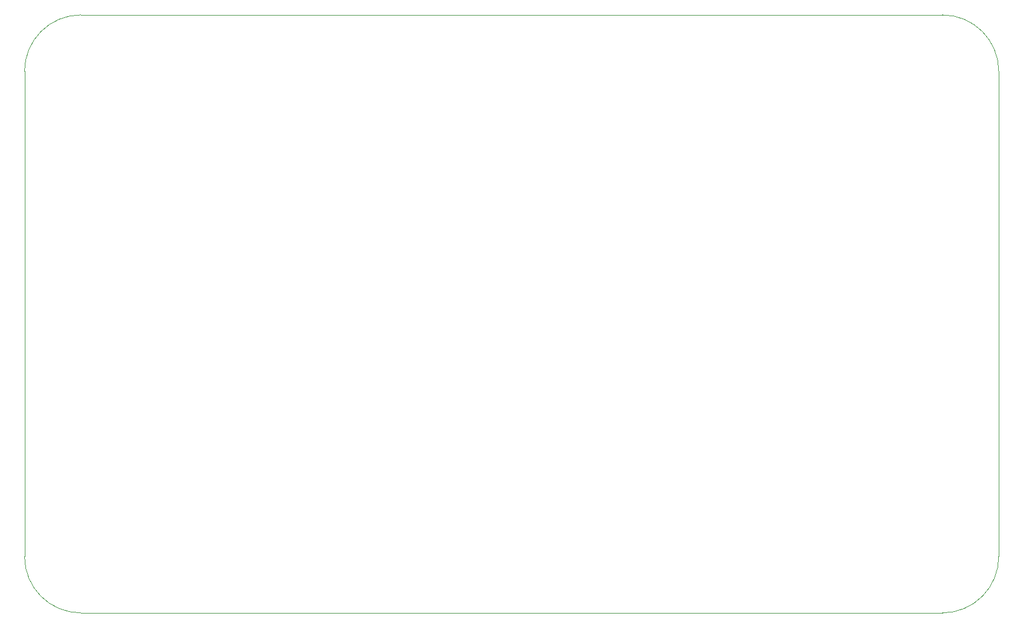
<source format=gbr>
%TF.GenerationSoftware,KiCad,Pcbnew,(5.1.10-1-10_14)*%
%TF.CreationDate,2021-10-16T18:12:32-04:00*%
%TF.ProjectId,Controller_V1,436f6e74-726f-46c6-9c65-725f56312e6b,rev?*%
%TF.SameCoordinates,Original*%
%TF.FileFunction,Profile,NP*%
%FSLAX46Y46*%
G04 Gerber Fmt 4.6, Leading zero omitted, Abs format (unit mm)*
G04 Created by KiCad (PCBNEW (5.1.10-1-10_14)) date 2021-10-16 18:12:32*
%MOMM*%
%LPD*%
G01*
G04 APERTURE LIST*
%TA.AperFunction,Profile*%
%ADD10C,0.050000*%
%TD*%
G04 APERTURE END LIST*
D10*
X234315000Y-50800000D02*
G75*
G02*
X242570000Y-59055000I0J-8255000D01*
G01*
X99695000Y-59055000D02*
G75*
G02*
X107950000Y-50800000I8255000J0D01*
G01*
X107950000Y-138430000D02*
G75*
G02*
X99695000Y-130175000I0J8255000D01*
G01*
X242570000Y-130175000D02*
G75*
G02*
X234315000Y-138430000I-8255000J0D01*
G01*
X99695000Y-130175000D02*
X99695000Y-59055000D01*
X234315000Y-138430000D02*
X107950000Y-138430000D01*
X242570000Y-59055000D02*
X242570000Y-130175000D01*
X107950000Y-50800000D02*
X234315000Y-50800000D01*
M02*

</source>
